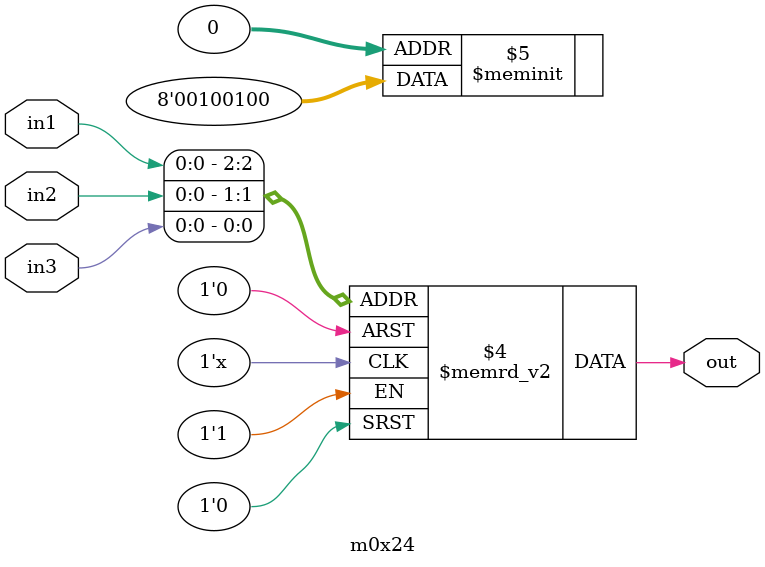
<source format=v>
module m0x24(output out, input in1, in2, in3);

   always @(in1, in2, in3)
     begin
        case({in1, in2, in3})
          3'b000: {out} = 1'b0;
          3'b001: {out} = 1'b0;
          3'b010: {out} = 1'b1;
          3'b011: {out} = 1'b0;
          3'b100: {out} = 1'b0;
          3'b101: {out} = 1'b1;
          3'b110: {out} = 1'b0;
          3'b111: {out} = 1'b0;
        endcase // case ({in1, in2, in3})
     end // always @ (in1, in2, in3)

endmodule // m0x24
</source>
